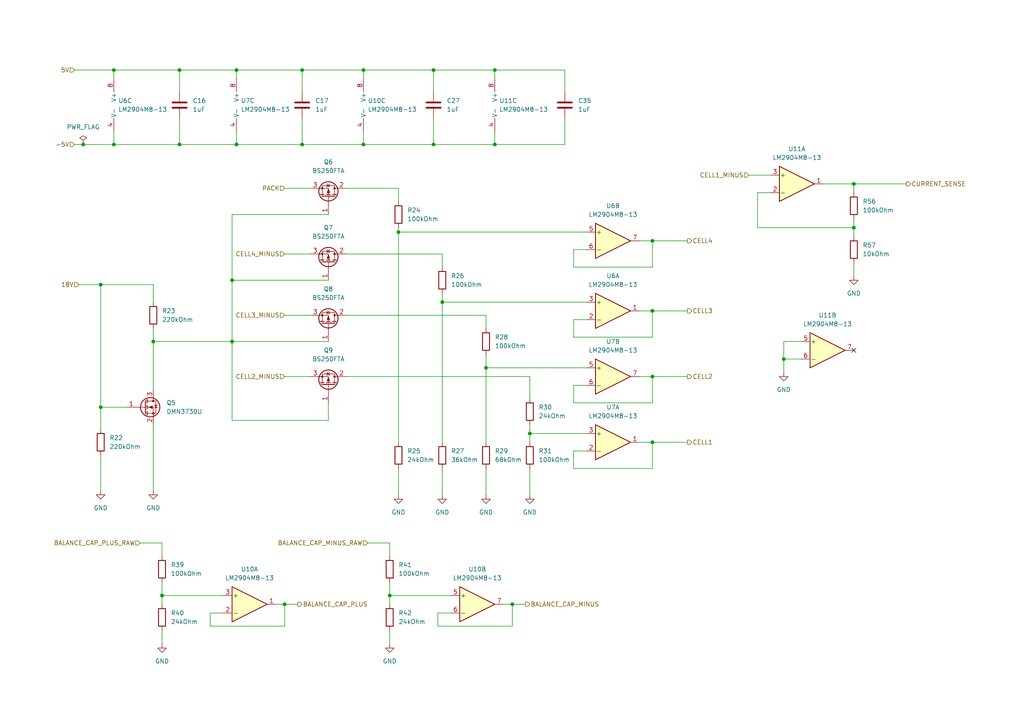
<source format=kicad_sch>
(kicad_sch (version 20230121) (generator eeschema)
  (paper "A4")
  (lib_symbols
    (symbol "benediktibk:BS250FTA" (pin_names (offset 0) hide)
      (property "Reference" "Q" (at 5.08 1.27 0))
      (property "Value" "BS250FTA" (at 5.08 -1.27 0))
      (symbol "BS250FTA_0_1"
        (polyline (pts (xy 0.254 0) (xy -2.54 0)))
        (polyline (pts (xy 0.254 1.905) (xy 0.254 -1.905)) (stroke (width 0.254)))
        (polyline (pts (xy 0.762 -1.27) (xy 0.762 -2.286)) (stroke (width 0.254)))
        (polyline (pts (xy 0.762 0.508) (xy 0.762 -0.508)) (stroke (width 0.254)))
        (polyline (pts (xy 0.762 2.286) (xy 0.762 1.27)) (stroke (width 0.254)))
        (polyline (pts (xy 2.54 2.54) (xy 2.54 1.778)))
        (polyline (pts (xy 2.54 -2.54) (xy 2.54 0) (xy 0.762 0)))
        (polyline (pts (xy 0.762 1.778) (xy 3.302 1.778) (xy 3.302 -1.778) (xy 0.762 -1.778)))
        (polyline (pts (xy 2.286 0) (xy 1.27 0.381) (xy 1.27 -0.381) (xy 2.286 0)) (fill (type outline)))
        (polyline (pts (xy 2.794 -0.508) (xy 2.921 -0.381) (xy 3.683 -0.381) (xy 3.81 -0.254)))
        (polyline (pts (xy 3.302 -0.381) (xy 2.921 0.254) (xy 3.683 0.254) (xy 3.302 -0.381)))
        (circle (center 1.651 0) (radius 2.794) (stroke (width 0.254)))
        (circle (center 2.54 -1.778) (radius 0.254) (fill (type outline)))
        (circle (center 2.54 1.778) (radius 0.254) (fill (type outline)))
      )
      (symbol "BS250FTA_1_1"
        (pin input line (at -5.08 0 0) (length 2.54) (name "G") (number "1"))
        (pin passive line (at 2.54 5.08 270) (length 2.54) (name "D") (number "2"))
        (pin passive line (at 2.54 -5.08 90) (length 2.54) (name "S") (number "3"))
      )
    )
    (symbol "benediktibk:C_1uF_SMD_0603_50V_10%" (pin_numbers hide) (pin_names (offset 0.254))
      (property "Reference" "C" (at 0.635 2.54 0))
      (property "Value" "C_1uF_SMD_0603_50V_10%" (at 0.635 -2.54 0))
      (symbol "C_1uF_SMD_0603_50V_10%_0_1"
        (polyline (pts (xy -2.032 -0.762) (xy 2.032 -0.762)) (stroke (width 0.508)))
        (polyline (pts (xy -2.032 0.762) (xy 2.032 0.762)) (stroke (width 0.508)))
      )
      (symbol "C_1uF_SMD_0603_50V_10%_1_1"
        (pin passive line (at 0 3.81 270) (length 2.794) (name "~") (number "1"))
        (pin passive line (at 0 -3.81 90) (length 2.794) (name "~") (number "2"))
      )
    )
    (symbol "benediktibk:DMN3730U" (pin_names (offset 0) hide)
      (property "Reference" "Q" (at 5.08 1.27 0))
      (property "Value" "DMN3730U" (at 5.08 -1.27 0))
      (symbol "DMN3730U_0_1"
        (polyline (pts (xy 0.254 0) (xy -2.54 0)))
        (polyline (pts (xy 0.254 1.905) (xy 0.254 -1.905)) (stroke (width 0.254)))
        (polyline (pts (xy 0.762 -1.27) (xy 0.762 -2.286)) (stroke (width 0.254)))
        (polyline (pts (xy 0.762 0.508) (xy 0.762 -0.508)) (stroke (width 0.254)))
        (polyline (pts (xy 0.762 2.286) (xy 0.762 1.27)) (stroke (width 0.254)))
        (polyline (pts (xy 2.54 2.54) (xy 2.54 1.778)))
        (polyline (pts (xy 2.54 -2.54) (xy 2.54 0) (xy 0.762 0)))
        (polyline (pts (xy 0.762 1.778) (xy 3.302 1.778) (xy 3.302 -1.778) (xy 0.762 -1.778)))
        (polyline (pts (xy 1.27 0) (xy 2.286 0.381) (xy 2.286 -0.381) (xy 1.27 0)) (fill (type outline)))
        (polyline (pts (xy 2.794 0.508) (xy 2.921 0.635) (xy 3.683 0.635) (xy 3.81 0.762)))
        (polyline (pts (xy 3.302 0.508) (xy 2.921 -0.127) (xy 3.683 -0.127) (xy 3.302 0.508)))
        (circle (center 1.651 0) (radius 2.794) (stroke (width 0.254)))
        (circle (center 2.54 -1.778) (radius 0.254) (fill (type outline)))
        (circle (center 2.54 1.778) (radius 0.254) (fill (type outline)))
      )
      (symbol "DMN3730U_1_1"
        (pin input line (at -5.08 0 0) (length 2.54) (name "G") (number "1"))
        (pin passive line (at 2.54 -5.08 90) (length 2.54) (name "S") (number "2"))
        (pin passive line (at 2.54 5.08 270) (length 2.54) (name "D") (number "3"))
      )
    )
    (symbol "benediktibk:LM2904M8-13" (pin_names (offset 0.127))
      (property "Reference" "U" (at 0 5.08 0))
      (property "Value" "LM2904M8-13" (at 0 -5.08 0))
      (symbol "LM2904M8-13_1_1"
        (polyline (pts (xy -5.08 5.08) (xy 5.08 0) (xy -5.08 -5.08) (xy -5.08 5.08)) (stroke (width 0.254)) (fill (type background)))
        (pin output line (at 7.62 0 180) (length 2.54) (name "~") (number "1"))
        (pin input line (at -7.62 -2.54 0) (length 2.54) (name "-") (number "2"))
        (pin input line (at -7.62 2.54 0) (length 2.54) (name "+") (number "3"))
      )
      (symbol "LM2904M8-13_2_1"
        (polyline (pts (xy -5.08 5.08) (xy 5.08 0) (xy -5.08 -5.08) (xy -5.08 5.08)) (stroke (width 0.254)) (fill (type background)))
        (pin input line (at -7.62 2.54 0) (length 2.54) (name "+") (number "5"))
        (pin input line (at -7.62 -2.54 0) (length 2.54) (name "-") (number "6"))
        (pin output line (at 7.62 0 180) (length 2.54) (name "~") (number "7"))
      )
      (symbol "LM2904M8-13_3_1"
        (pin power_in line (at -2.54 -7.62 90) (length 3.81) (name "V-") (number "4"))
        (pin power_in line (at -2.54 7.62 270) (length 3.81) (name "V+") (number "8"))
      )
    )
    (symbol "benediktibk:R_100kOhm_SMD_0603_100mW_1%" (pin_numbers hide) (pin_names (offset 0))
      (property "Reference" "R" (at 2.032 0 90))
      (property "Value" "R_100kOhm_SMD_0603_100mW_1%" (at -5.588 -1.016 90))
      (symbol "R_100kOhm_SMD_0603_100mW_1%_0_1"
        (rectangle (start -1.016 -2.54) (end 1.016 2.54) (stroke (width 0.254)))
      )
      (symbol "R_100kOhm_SMD_0603_100mW_1%_1_1"
        (pin passive line (at 0 3.81 270) (length 1.27) (name "~") (number "1"))
        (pin passive line (at 0 -3.81 90) (length 1.27) (name "~") (number "2"))
      )
    )
    (symbol "benediktibk:R_10kOhm_SMD_0603_100mW_1%" (pin_numbers hide) (pin_names (offset 0))
      (property "Reference" "R" (at 2.032 0 90))
      (property "Value" "R_10kOhm_SMD_0603_100mW_1%" (at -5.588 -1.016 90))
      (symbol "R_10kOhm_SMD_0603_100mW_1%_0_1"
        (rectangle (start -1.016 -2.54) (end 1.016 2.54) (stroke (width 0.254)))
      )
      (symbol "R_10kOhm_SMD_0603_100mW_1%_1_1"
        (pin passive line (at 0 3.81 270) (length 1.27) (name "~") (number "1"))
        (pin passive line (at 0 -3.81 90) (length 1.27) (name "~") (number "2"))
      )
    )
    (symbol "benediktibk:R_220kOhm_SMD_0603_100mW_1%" (pin_numbers hide) (pin_names (offset 0))
      (property "Reference" "R" (at 2.032 0 90))
      (property "Value" "R_220kOhm_SMD_0603_100mW_1%" (at -5.588 -1.016 90))
      (symbol "R_220kOhm_SMD_0603_100mW_1%_0_1"
        (rectangle (start -1.016 -2.54) (end 1.016 2.54) (stroke (width 0.254)))
      )
      (symbol "R_220kOhm_SMD_0603_100mW_1%_1_1"
        (pin passive line (at 0 3.81 270) (length 1.27) (name "~") (number "1"))
        (pin passive line (at 0 -3.81 90) (length 1.27) (name "~") (number "2"))
      )
    )
    (symbol "benediktibk:R_24kOhm_SMD_0603_100mW_1%" (pin_numbers hide) (pin_names (offset 0))
      (property "Reference" "R" (at 2.032 0 90))
      (property "Value" "R_24kOhm_SMD_0603_100mW_1%" (at -5.588 -1.016 90))
      (symbol "R_24kOhm_SMD_0603_100mW_1%_0_1"
        (rectangle (start -1.016 -2.54) (end 1.016 2.54) (stroke (width 0.254)))
      )
      (symbol "R_24kOhm_SMD_0603_100mW_1%_1_1"
        (pin passive line (at 0 3.81 270) (length 1.27) (name "~") (number "1"))
        (pin passive line (at 0 -3.81 90) (length 1.27) (name "~") (number "2"))
      )
    )
    (symbol "benediktibk:R_36kOhm_SMD_0603_100mW_1%" (pin_numbers hide) (pin_names (offset 0))
      (property "Reference" "R" (at 2.032 0 90))
      (property "Value" "R_36kOhm_SMD_0603_100mW_1%" (at -5.588 -1.016 90))
      (symbol "R_36kOhm_SMD_0603_100mW_1%_0_1"
        (rectangle (start -1.016 -2.54) (end 1.016 2.54) (stroke (width 0.254)))
      )
      (symbol "R_36kOhm_SMD_0603_100mW_1%_1_1"
        (pin passive line (at 0 3.81 270) (length 1.27) (name "~") (number "1"))
        (pin passive line (at 0 -3.81 90) (length 1.27) (name "~") (number "2"))
      )
    )
    (symbol "benediktibk:R_68kOhm_SMD_0603_100mW_1%" (pin_numbers hide) (pin_names (offset 0))
      (property "Reference" "R" (at 2.032 0 90))
      (property "Value" "R_68kOhm_SMD_0603_100mW_1%" (at -5.588 -1.016 90))
      (symbol "R_68kOhm_SMD_0603_100mW_1%_0_1"
        (rectangle (start -1.016 -2.54) (end 1.016 2.54) (stroke (width 0.254)))
      )
      (symbol "R_68kOhm_SMD_0603_100mW_1%_1_1"
        (pin passive line (at 0 3.81 270) (length 1.27) (name "~") (number "1"))
        (pin passive line (at 0 -3.81 90) (length 1.27) (name "~") (number "2"))
      )
    )
    (symbol "power:GND" (power) (pin_names (offset 0))
      (property "Value" "GND" (at 0 -3.81 0))
      (symbol "GND_0_1"
        (polyline (pts (xy 0 0) (xy 0 -1.27) (xy 1.27 -1.27) (xy 0 -2.54) (xy -1.27 -1.27) (xy 0 -1.27)))
      )
      (symbol "GND_1_1"
        (pin power_in line (at 0 0 270) (length 0) hide (name "GND") (number "1"))
      )
    )
    (symbol "power:PWR_FLAG" (power) (pin_numbers hide) (pin_names (offset 0) hide)
      (property "Value" "PWR_FLAG" (at 0 3.81 0))
      (symbol "PWR_FLAG_0_0"
        (pin power_out line (at 0 0 90) (length 0) (name "pwr") (number "1"))
      )
      (symbol "PWR_FLAG_0_1"
        (polyline (pts (xy 0 0) (xy 0 1.27) (xy -1.016 1.905) (xy 0 2.54) (xy 1.016 1.905) (xy 0 1.27)))
      )
    )
  )
  (junction (at 153.67 125.73))
  (junction (at 125.73 41.91))
  (junction (at 105.41 41.91))
  (junction (at 140.97 106.68))
  (junction (at 189.23 109.22))
  (junction (at 115.57 67.31))
  (junction (at 67.31 81.28))
  (junction (at 68.58 41.91))
  (junction (at 82.55 175.26))
  (junction (at 29.21 118.11))
  (junction (at 227.33 104.14))
  (junction (at 52.07 20.32))
  (junction (at 143.51 20.32))
  (junction (at 67.31 99.06))
  (junction (at 189.23 69.85))
  (junction (at 24.13 41.91))
  (junction (at 87.63 20.32))
  (junction (at 105.41 20.32))
  (junction (at 46.99 172.72))
  (junction (at 52.07 41.91))
  (junction (at 143.51 41.91))
  (junction (at 189.23 128.27))
  (junction (at 148.59 175.26))
  (junction (at 247.65 53.34))
  (junction (at 33.02 20.32))
  (junction (at 125.73 20.32))
  (junction (at 44.45 99.06))
  (junction (at 87.63 41.91))
  (junction (at 33.02 41.91))
  (junction (at 68.58 20.32))
  (junction (at 29.21 82.55))
  (junction (at 247.65 66.04))
  (junction (at 128.27 87.63))
  (junction (at 113.03 172.72))
  (junction (at 189.23 90.17))
  (no_connect (at 247.65 101.6))
  (wire (pts (xy 44.45 95.25) (xy 44.45 99.06)))
  (wire (pts (xy 166.37 130.81) (xy 166.37 135.89)))
  (wire (pts (xy 52.07 20.32) (xy 52.07 26.67)))
  (wire (pts (xy 189.23 128.27) (xy 199.39 128.27)))
  (wire (pts (xy 52.07 34.29) (xy 52.07 41.91)))
  (wire (pts (xy 46.99 157.48) (xy 46.99 161.29)))
  (wire (pts (xy 219.71 66.04) (xy 219.71 55.88)))
  (wire (pts (xy 22.86 82.55) (xy 29.21 82.55)))
  (wire (pts (xy 33.02 41.91) (xy 52.07 41.91)))
  (wire (pts (xy 143.51 38.1) (xy 143.51 41.91)))
  (wire (pts (xy 148.59 181.61) (xy 148.59 175.26)))
  (wire (pts (xy 153.67 135.89) (xy 153.67 143.51)))
  (wire (pts (xy 67.31 99.06) (xy 67.31 121.92)))
  (wire (pts (xy 170.18 111.76) (xy 166.37 111.76)))
  (wire (pts (xy 143.51 20.32) (xy 163.83 20.32)))
  (wire (pts (xy 115.57 67.31) (xy 115.57 128.27)))
  (wire (pts (xy 46.99 172.72) (xy 46.99 175.26)))
  (wire (pts (xy 21.59 20.32) (xy 33.02 20.32)))
  (wire (pts (xy 166.37 116.84) (xy 189.23 116.84)))
  (wire (pts (xy 247.65 76.2) (xy 247.65 80.01)))
  (wire (pts (xy 128.27 73.66) (xy 128.27 77.47)))
  (wire (pts (xy 29.21 118.11) (xy 36.83 118.11)))
  (wire (pts (xy 44.45 99.06) (xy 44.45 113.03)))
  (wire (pts (xy 128.27 87.63) (xy 128.27 128.27)))
  (wire (pts (xy 100.33 54.61) (xy 115.57 54.61)))
  (wire (pts (xy 189.23 69.85) (xy 199.39 69.85)))
  (wire (pts (xy 185.42 128.27) (xy 189.23 128.27)))
  (wire (pts (xy 163.83 34.29) (xy 163.83 41.91)))
  (wire (pts (xy 68.58 38.1) (xy 68.58 41.91)))
  (wire (pts (xy 44.45 123.19) (xy 44.45 142.24)))
  (wire (pts (xy 82.55 181.61) (xy 82.55 175.26)))
  (wire (pts (xy 227.33 99.06) (xy 227.33 104.14)))
  (wire (pts (xy 46.99 182.88) (xy 46.99 186.69)))
  (wire (pts (xy 128.27 135.89) (xy 128.27 143.51)))
  (wire (pts (xy 170.18 130.81) (xy 166.37 130.81)))
  (wire (pts (xy 247.65 66.04) (xy 247.65 68.58)))
  (wire (pts (xy 105.41 20.32) (xy 105.41 22.86)))
  (wire (pts (xy 87.63 26.67) (xy 87.63 20.32)))
  (wire (pts (xy 68.58 20.32) (xy 68.58 22.86)))
  (wire (pts (xy 105.41 41.91) (xy 125.73 41.91)))
  (wire (pts (xy 33.02 20.32) (xy 33.02 22.86)))
  (wire (pts (xy 128.27 87.63) (xy 170.18 87.63)))
  (wire (pts (xy 163.83 20.32) (xy 163.83 26.67)))
  (wire (pts (xy 127 177.8) (xy 127 181.61)))
  (wire (pts (xy 29.21 132.08) (xy 29.21 142.24)))
  (wire (pts (xy 95.25 81.28) (xy 67.31 81.28)))
  (wire (pts (xy 105.41 38.1) (xy 105.41 41.91)))
  (wire (pts (xy 100.33 73.66) (xy 128.27 73.66)))
  (wire (pts (xy 82.55 175.26) (xy 86.36 175.26)))
  (wire (pts (xy 87.63 34.29) (xy 87.63 41.91)))
  (wire (pts (xy 82.55 109.22) (xy 90.17 109.22)))
  (wire (pts (xy 153.67 125.73) (xy 153.67 128.27)))
  (wire (pts (xy 24.13 41.91) (xy 33.02 41.91)))
  (wire (pts (xy 189.23 109.22) (xy 185.42 109.22)))
  (wire (pts (xy 143.51 41.91) (xy 163.83 41.91)))
  (wire (pts (xy 189.23 116.84) (xy 189.23 109.22)))
  (wire (pts (xy 115.57 67.31) (xy 170.18 67.31)))
  (wire (pts (xy 100.33 109.22) (xy 153.67 109.22)))
  (wire (pts (xy 130.81 177.8) (xy 127 177.8)))
  (wire (pts (xy 238.76 53.34) (xy 247.65 53.34)))
  (wire (pts (xy 217.17 50.8) (xy 223.52 50.8)))
  (wire (pts (xy 140.97 91.44) (xy 140.97 95.25)))
  (wire (pts (xy 67.31 62.23) (xy 67.31 81.28)))
  (wire (pts (xy 140.97 106.68) (xy 140.97 128.27)))
  (wire (pts (xy 170.18 72.39) (xy 166.37 72.39)))
  (wire (pts (xy 82.55 91.44) (xy 90.17 91.44)))
  (wire (pts (xy 113.03 168.91) (xy 113.03 172.72)))
  (wire (pts (xy 153.67 109.22) (xy 153.67 115.57)))
  (wire (pts (xy 166.37 92.71) (xy 166.37 97.79)))
  (wire (pts (xy 166.37 97.79) (xy 189.23 97.79)))
  (wire (pts (xy 153.67 123.19) (xy 153.67 125.73)))
  (wire (pts (xy 115.57 66.04) (xy 115.57 67.31)))
  (wire (pts (xy 189.23 77.47) (xy 189.23 69.85)))
  (wire (pts (xy 82.55 54.61) (xy 90.17 54.61)))
  (wire (pts (xy 113.03 182.88) (xy 113.03 186.69)))
  (wire (pts (xy 68.58 41.91) (xy 87.63 41.91)))
  (wire (pts (xy 189.23 109.22) (xy 199.39 109.22)))
  (wire (pts (xy 140.97 102.87) (xy 140.97 106.68)))
  (wire (pts (xy 67.31 121.92) (xy 95.25 121.92)))
  (wire (pts (xy 247.65 53.34) (xy 247.65 55.88)))
  (wire (pts (xy 148.59 175.26) (xy 152.4 175.26)))
  (wire (pts (xy 185.42 69.85) (xy 189.23 69.85)))
  (wire (pts (xy 113.03 172.72) (xy 130.81 172.72)))
  (wire (pts (xy 166.37 135.89) (xy 189.23 135.89)))
  (wire (pts (xy 153.67 125.73) (xy 170.18 125.73)))
  (wire (pts (xy 21.59 41.91) (xy 24.13 41.91)))
  (wire (pts (xy 113.03 172.72) (xy 113.03 175.26)))
  (wire (pts (xy 67.31 99.06) (xy 95.25 99.06)))
  (wire (pts (xy 60.96 177.8) (xy 60.96 181.61)))
  (wire (pts (xy 247.65 53.34) (xy 262.89 53.34)))
  (wire (pts (xy 219.71 55.88) (xy 223.52 55.88)))
  (wire (pts (xy 247.65 63.5) (xy 247.65 66.04)))
  (wire (pts (xy 87.63 41.91) (xy 105.41 41.91)))
  (wire (pts (xy 29.21 124.46) (xy 29.21 118.11)))
  (wire (pts (xy 127 181.61) (xy 148.59 181.61)))
  (wire (pts (xy 44.45 87.63) (xy 44.45 82.55)))
  (wire (pts (xy 247.65 66.04) (xy 219.71 66.04)))
  (wire (pts (xy 33.02 20.32) (xy 52.07 20.32)))
  (wire (pts (xy 105.41 20.32) (xy 125.73 20.32)))
  (wire (pts (xy 170.18 92.71) (xy 166.37 92.71)))
  (wire (pts (xy 115.57 135.89) (xy 115.57 143.51)))
  (wire (pts (xy 189.23 97.79) (xy 189.23 90.17)))
  (wire (pts (xy 44.45 99.06) (xy 67.31 99.06)))
  (wire (pts (xy 140.97 135.89) (xy 140.97 143.51)))
  (wire (pts (xy 189.23 90.17) (xy 199.39 90.17)))
  (wire (pts (xy 82.55 175.26) (xy 80.01 175.26)))
  (wire (pts (xy 148.59 175.26) (xy 146.05 175.26)))
  (wire (pts (xy 115.57 54.61) (xy 115.57 58.42)))
  (wire (pts (xy 166.37 77.47) (xy 189.23 77.47)))
  (wire (pts (xy 166.37 111.76) (xy 166.37 116.84)))
  (wire (pts (xy 106.68 157.48) (xy 113.03 157.48)))
  (wire (pts (xy 143.51 20.32) (xy 143.51 22.86)))
  (wire (pts (xy 82.55 73.66) (xy 90.17 73.66)))
  (wire (pts (xy 189.23 135.89) (xy 189.23 128.27)))
  (wire (pts (xy 29.21 82.55) (xy 29.21 118.11)))
  (wire (pts (xy 227.33 107.95) (xy 227.33 104.14)))
  (wire (pts (xy 100.33 91.44) (xy 140.97 91.44)))
  (wire (pts (xy 166.37 72.39) (xy 166.37 77.47)))
  (wire (pts (xy 125.73 34.29) (xy 125.73 41.91)))
  (wire (pts (xy 227.33 104.14) (xy 232.41 104.14)))
  (wire (pts (xy 128.27 85.09) (xy 128.27 87.63)))
  (wire (pts (xy 185.42 90.17) (xy 189.23 90.17)))
  (wire (pts (xy 125.73 20.32) (xy 125.73 26.67)))
  (wire (pts (xy 52.07 20.32) (xy 68.58 20.32)))
  (wire (pts (xy 46.99 168.91) (xy 46.99 172.72)))
  (wire (pts (xy 125.73 41.91) (xy 143.51 41.91)))
  (wire (pts (xy 52.07 41.91) (xy 68.58 41.91)))
  (wire (pts (xy 60.96 181.61) (xy 82.55 181.61)))
  (wire (pts (xy 95.25 121.92) (xy 95.25 116.84)))
  (wire (pts (xy 125.73 20.32) (xy 143.51 20.32)))
  (wire (pts (xy 46.99 172.72) (xy 64.77 172.72)))
  (wire (pts (xy 64.77 177.8) (xy 60.96 177.8)))
  (wire (pts (xy 140.97 106.68) (xy 170.18 106.68)))
  (wire (pts (xy 113.03 157.48) (xy 113.03 161.29)))
  (wire (pts (xy 87.63 20.32) (xy 105.41 20.32)))
  (wire (pts (xy 29.21 82.55) (xy 44.45 82.55)))
  (wire (pts (xy 67.31 81.28) (xy 67.31 99.06)))
  (wire (pts (xy 68.58 20.32) (xy 87.63 20.32)))
  (wire (pts (xy 232.41 99.06) (xy 227.33 99.06)))
  (wire (pts (xy 95.25 62.23) (xy 67.31 62.23)))
  (wire (pts (xy 40.64 157.48) (xy 46.99 157.48)))
  (wire (pts (xy 33.02 38.1) (xy 33.02 41.91)))
  (hierarchical_label "BALANCE_CAP_PLUS_RAW" (shape input) (at 40.64 157.48 180))
  (hierarchical_label "CELL2_MINUS" (shape input) (at 82.55 109.22 180))
  (hierarchical_label "CELL4" (shape output) (at 199.39 69.85 0))
  (hierarchical_label "BALANCE_CAP_MINUS" (shape output) (at 152.4 175.26 0))
  (hierarchical_label "CELL2" (shape output) (at 199.39 109.22 0))
  (hierarchical_label "CELL3" (shape output) (at 199.39 90.17 0))
  (hierarchical_label "CELL1_MINUS" (shape input) (at 217.17 50.8 180))
  (hierarchical_label "BALANCE_CAP_PLUS" (shape output) (at 86.36 175.26 0))
  (hierarchical_label "BALANCE_CAP_MINUS_RAW" (shape input) (at 106.68 157.48 180))
  (hierarchical_label "5V" (shape input) (at 21.59 20.32 180))
  (hierarchical_label "PACK" (shape input) (at 82.55 54.61 180))
  (hierarchical_label "CURRENT_SENSE" (shape output) (at 262.89 53.34 0))
  (hierarchical_label "18V" (shape input) (at 22.86 82.55 180))
  (hierarchical_label "CELL4_MINUS" (shape input) (at 82.55 73.66 180))
  (hierarchical_label "CELL3_MINUS" (shape input) (at 82.55 91.44 180))
  (hierarchical_label "CELL1" (shape output) (at 199.39 128.27 0))
  (hierarchical_label "-5V" (shape input) (at 21.59 41.91 180))
  (symbol (lib_id "benediktibk:BS250FTA") (at 95.25 111.76 270) (mirror x) (unit 1)
    (property "Reference" "Q9" (at 95.25 101.6 90))
    (property "Value" "BS250FTA" (at 95.25 104.14 90))
    (property "Footprint" "benediktibk:SOT-23" (effects hide))
    (property "RS order number" "215-6593" (effects hide))
  )
  (symbol (lib_id "benediktibk:R_10kOhm_SMD_0603_100mW_1%") (at 247.65 72.39 0) (unit 1)
    (property "Reference" "R57" (at 250.19 71.12 0) (effects (justify left)))
    (property "Value" "10kOhm" (at 250.19 73.66 0) (effects (justify left)))
    (property "Footprint" "benediktibk:R_0603_1608Metric_Pad0.98x0.95mm_HandSolder" (effects hide))
    (property "RS order number" "125-1173" (effects hide))
  )
  (symbol (lib_id "benediktibk:R_24kOhm_SMD_0603_100mW_1%") (at 115.57 132.08 0) (unit 1)
    (property "Reference" "R25" (at 118.11 130.8099 0) (effects (justify left)))
    (property "Value" "24kOhm" (at 118.11 133.3499 0) (effects (justify left)))
    (property "Footprint" "benediktibk:R_0603_1608Metric_Pad0.98x0.95mm_HandSolder" (effects hide))
    (property "RS order number" "199-5507" (effects hide))
  )
  (symbol (lib_id "benediktibk:LM2904M8-13") (at 107.95 30.48 0) (unit 3)
    (property "Reference" "U10" (at 106.68 29.21 0) (effects (justify left)))
    (property "Value" "LM2904M8-13" (at 106.68 31.75 0) (effects (justify left)))
    (property "Footprint" "benediktibk:MSOP-8_3x3mm_P0.65mm" (effects hide))
    (property "RS order number" "133-3375" (effects hide))
  )
  (symbol (lib_id "benediktibk:R_100kOhm_SMD_0603_100mW_1%") (at 46.99 165.1 0) (unit 1)
    (property "Reference" "R39" (at 49.53 163.8299 0) (effects (justify left)))
    (property "Value" "100kOhm" (at 49.53 166.3699 0) (effects (justify left)))
    (property "Footprint" "benediktibk:R_0603_1608Metric_Pad0.98x0.95mm_HandSolder" (effects hide))
    (property "RS order number" "213-2531" (effects hide))
  )
  (symbol (lib_id "benediktibk:R_24kOhm_SMD_0603_100mW_1%") (at 153.67 119.38 0) (unit 1)
    (property "Reference" "R30" (at 156.21 118.1099 0) (effects (justify left)))
    (property "Value" "24kOhm" (at 156.21 120.6499 0) (effects (justify left)))
    (property "Footprint" "benediktibk:R_0603_1608Metric_Pad0.98x0.95mm_HandSolder" (effects hide))
    (property "RS order number" "199-5507" (effects hide))
  )
  (symbol (lib_id "benediktibk:R_100kOhm_SMD_0603_100mW_1%") (at 128.27 81.28 0) (unit 1)
    (property "Reference" "R26" (at 130.81 80.0099 0) (effects (justify left)))
    (property "Value" "100kOhm" (at 130.81 82.5499 0) (effects (justify left)))
    (property "Footprint" "benediktibk:R_0603_1608Metric_Pad0.98x0.95mm_HandSolder" (effects hide))
    (property "RS order number" "213-2531" (effects hide))
  )
  (symbol (lib_id "power:GND") (at 115.57 143.51 0) (unit 1)
    (property "Reference" "#PWR0130" (effects hide))
    (property "Value" "GND" (at 115.57 148.59 0))
  )
  (symbol (lib_id "benediktibk:R_100kOhm_SMD_0603_100mW_1%") (at 115.57 62.23 0) (unit 1)
    (property "Reference" "R24" (at 118.11 60.9599 0) (effects (justify left)))
    (property "Value" "100kOhm" (at 118.11 63.4999 0) (effects (justify left)))
    (property "Footprint" "benediktibk:R_0603_1608Metric_Pad0.98x0.95mm_HandSolder" (effects hide))
    (property "RS order number" "213-2531" (effects hide))
  )
  (symbol (lib_id "benediktibk:C_1uF_SMD_0603_50V_10%") (at 87.63 30.48 0) (unit 1)
    (property "Reference" "C17" (at 91.44 29.2099 0) (effects (justify left)))
    (property "Value" "1uF" (at 91.44 31.7499 0) (effects (justify left)))
    (property "Footprint" "benediktibk:C_0603_1608Metric_Pad1.08x0.95mm_HandSolder" (effects hide))
    (property "RS order number" "103-4112" (effects hide))
  )
  (symbol (lib_id "power:GND") (at 140.97 143.51 0) (unit 1)
    (property "Reference" "#PWR0132" (effects hide))
    (property "Value" "GND" (at 140.97 148.59 0))
  )
  (symbol (lib_id "benediktibk:C_1uF_SMD_0603_50V_10%") (at 163.83 30.48 0) (unit 1)
    (property "Reference" "C35" (at 167.64 29.2099 0) (effects (justify left)))
    (property "Value" "1uF" (at 167.64 31.7499 0) (effects (justify left)))
    (property "Footprint" "benediktibk:C_0603_1608Metric_Pad1.08x0.95mm_HandSolder" (effects hide))
    (property "RS order number" "103-4112" (effects hide))
  )
  (symbol (lib_id "benediktibk:LM2904M8-13") (at 35.56 30.48 0) (unit 3)
    (property "Reference" "U6" (at 34.29 29.2099 0) (effects (justify left)))
    (property "Value" "LM2904M8-13" (at 34.29 31.7499 0) (effects (justify left)))
    (property "Footprint" "benediktibk:MSOP-8_3x3mm_P0.65mm" (effects hide))
    (property "RS order number" "133-3375" (effects hide))
  )
  (symbol (lib_id "power:GND") (at 113.03 186.69 0) (unit 1)
    (property "Reference" "#PWR08" (effects hide))
    (property "Value" "GND" (at 113.03 191.77 0))
  )
  (symbol (lib_id "benediktibk:LM2904M8-13") (at 177.8 90.17 0) (unit 1)
    (property "Reference" "U6" (at 177.8 80.01 0))
    (property "Value" "LM2904M8-13" (at 177.8 82.55 0))
    (property "Footprint" "benediktibk:MSOP-8_3x3mm_P0.65mm" (effects hide))
    (property "RS order number" "133-3375" (effects hide))
  )
  (symbol (lib_id "benediktibk:BS250FTA") (at 95.25 57.15 270) (mirror x) (unit 1)
    (property "Reference" "Q6" (at 95.25 46.99 90))
    (property "Value" "BS250FTA" (at 95.25 49.53 90))
    (property "Footprint" "benediktibk:SOT-23" (effects hide))
    (property "RS order number" "215-6593" (effects hide))
  )
  (symbol (lib_id "benediktibk:BS250FTA") (at 95.25 76.2 270) (mirror x) (unit 1)
    (property "Reference" "Q7" (at 95.25 66.04 90))
    (property "Value" "BS250FTA" (at 95.25 68.58 90))
    (property "Footprint" "benediktibk:SOT-23" (effects hide))
    (property "RS order number" "215-6593" (effects hide))
  )
  (symbol (lib_id "benediktibk:LM2904M8-13") (at 71.12 30.48 0) (unit 3)
    (property "Reference" "U7" (at 69.85 29.2099 0) (effects (justify left)))
    (property "Value" "LM2904M8-13" (at 69.85 31.7499 0) (effects (justify left)))
    (property "Footprint" "benediktibk:MSOP-8_3x3mm_P0.65mm" (effects hide))
    (property "RS order number" "133-3375" (effects hide))
  )
  (symbol (lib_id "power:GND") (at 128.27 143.51 0) (unit 1)
    (property "Reference" "#PWR0131" (effects hide))
    (property "Value" "GND" (at 128.27 148.59 0))
  )
  (symbol (lib_id "benediktibk:C_1uF_SMD_0603_50V_10%") (at 52.07 30.48 0) (unit 1)
    (property "Reference" "C16" (at 55.88 29.2099 0) (effects (justify left)))
    (property "Value" "1uF" (at 55.88 31.7499 0) (effects (justify left)))
    (property "Footprint" "benediktibk:C_0603_1608Metric_Pad1.08x0.95mm_HandSolder" (effects hide))
    (property "RS order number" "103-4112" (effects hide))
  )
  (symbol (lib_id "power:GND") (at 44.45 142.24 0) (unit 1)
    (property "Reference" "#PWR0129" (effects hide))
    (property "Value" "GND" (at 44.45 147.32 0))
  )
  (symbol (lib_id "benediktibk:LM2904M8-13") (at 146.05 30.48 0) (unit 3)
    (property "Reference" "U11" (at 144.78 29.21 0) (effects (justify left)))
    (property "Value" "LM2904M8-13" (at 144.78 31.75 0) (effects (justify left)))
    (property "Footprint" "benediktibk:MSOP-8_3x3mm_P0.65mm" (effects hide))
    (property "RS order number" "133-3375" (effects hide))
  )
  (symbol (lib_id "benediktibk:R_220kOhm_SMD_0603_100mW_1%") (at 29.21 128.27 0) (unit 1)
    (property "Reference" "R22" (at 31.75 126.9999 0) (effects (justify left)))
    (property "Value" "220kOhm" (at 31.75 129.5399 0) (effects (justify left)))
    (property "Footprint" "benediktibk:R_0603_1608Metric_Pad0.98x0.95mm_HandSolder" (effects hide))
    (property "RS order number" "678-9986" (effects hide))
  )
  (symbol (lib_id "power:GND") (at 46.99 186.69 0) (unit 1)
    (property "Reference" "#PWR05" (effects hide))
    (property "Value" "GND" (at 46.99 191.77 0))
  )
  (symbol (lib_id "benediktibk:LM2904M8-13") (at 138.43 175.26 0) (unit 2)
    (property "Reference" "U10" (at 138.43 165.1 0))
    (property "Value" "LM2904M8-13" (at 138.43 167.64 0))
    (property "Footprint" "benediktibk:MSOP-8_3x3mm_P0.65mm" (effects hide))
    (property "RS order number" "133-3375" (effects hide))
  )
  (symbol (lib_id "benediktibk:LM2904M8-13") (at 177.8 109.22 0) (unit 2)
    (property "Reference" "U7" (at 177.8 99.06 0))
    (property "Value" "LM2904M8-13" (at 177.8 101.6 0))
    (property "Footprint" "benediktibk:MSOP-8_3x3mm_P0.65mm" (effects hide))
    (property "RS order number" "133-3375" (effects hide))
  )
  (symbol (lib_id "benediktibk:R_100kOhm_SMD_0603_100mW_1%") (at 247.65 59.69 0) (unit 1)
    (property "Reference" "R56" (at 250.19 58.42 0) (effects (justify left)))
    (property "Value" "100kOhm" (at 250.19 60.96 0) (effects (justify left)))
    (property "Footprint" "benediktibk:R_0603_1608Metric_Pad0.98x0.95mm_HandSolder" (effects hide))
    (property "RS order number" "213-2531" (effects hide))
  )
  (symbol (lib_id "benediktibk:R_100kOhm_SMD_0603_100mW_1%") (at 140.97 99.06 0) (unit 1)
    (property "Reference" "R28" (at 143.51 97.7899 0) (effects (justify left)))
    (property "Value" "100kOhm" (at 143.51 100.3299 0) (effects (justify left)))
    (property "Footprint" "benediktibk:R_0603_1608Metric_Pad0.98x0.95mm_HandSolder" (effects hide))
    (property "RS order number" "213-2531" (effects hide))
  )
  (symbol (lib_id "benediktibk:LM2904M8-13") (at 177.8 128.27 0) (unit 1)
    (property "Reference" "U7" (at 177.8 118.11 0))
    (property "Value" "LM2904M8-13" (at 177.8 120.65 0))
    (property "Footprint" "benediktibk:MSOP-8_3x3mm_P0.65mm" (effects hide))
    (property "RS order number" "133-3375" (effects hide))
  )
  (symbol (lib_id "benediktibk:R_24kOhm_SMD_0603_100mW_1%") (at 46.99 179.07 0) (unit 1)
    (property "Reference" "R40" (at 49.53 177.7999 0) (effects (justify left)))
    (property "Value" "24kOhm" (at 49.53 180.3399 0) (effects (justify left)))
    (property "Footprint" "benediktibk:R_0603_1608Metric_Pad0.98x0.95mm_HandSolder" (effects hide))
    (property "RS order number" "199-5507" (effects hide))
  )
  (symbol (lib_id "power:PWR_FLAG") (at 24.13 41.91 0) (unit 1)
    (property "Reference" "#FLG09" (effects hide))
    (property "Value" "PWR_FLAG" (at 24.13 36.83 0))
  )
  (symbol (lib_id "benediktibk:R_220kOhm_SMD_0603_100mW_1%") (at 44.45 91.44 0) (unit 1)
    (property "Reference" "R23" (at 46.99 90.1699 0) (effects (justify left)))
    (property "Value" "220kOhm" (at 46.99 92.7099 0) (effects (justify left)))
    (property "Footprint" "benediktibk:R_0603_1608Metric_Pad0.98x0.95mm_HandSolder" (effects hide))
    (property "RS order number" "678-9986" (effects hide))
  )
  (symbol (lib_id "benediktibk:DMN3730U") (at 41.91 118.11 0) (unit 1)
    (property "Reference" "Q5" (at 48.26 116.8399 0) (effects (justify left)))
    (property "Value" "DMN3730U" (at 48.26 119.3799 0) (effects (justify left)))
    (property "Footprint" "benediktibk:SOT-23" (effects hide))
    (property "RS order number" "823-2946" (effects hide))
  )
  (symbol (lib_id "benediktibk:LM2904M8-13") (at 177.8 69.85 0) (unit 2)
    (property "Reference" "U6" (at 177.8 59.69 0))
    (property "Value" "LM2904M8-13" (at 177.8 62.23 0))
    (property "Footprint" "benediktibk:MSOP-8_3x3mm_P0.65mm" (effects hide))
    (property "RS order number" "133-3375" (effects hide))
  )
  (symbol (lib_id "benediktibk:R_100kOhm_SMD_0603_100mW_1%") (at 113.03 165.1 0) (unit 1)
    (property "Reference" "R41" (at 115.57 163.8299 0) (effects (justify left)))
    (property "Value" "100kOhm" (at 115.57 166.3699 0) (effects (justify left)))
    (property "Footprint" "benediktibk:R_0603_1608Metric_Pad0.98x0.95mm_HandSolder" (effects hide))
    (property "RS order number" "213-2531" (effects hide))
  )
  (symbol (lib_id "benediktibk:LM2904M8-13") (at 240.03 101.6 0) (unit 2)
    (property "Reference" "U11" (at 240.03 91.44 0))
    (property "Value" "LM2904M8-13" (at 240.03 93.98 0))
    (property "Footprint" "benediktibk:MSOP-8_3x3mm_P0.65mm" (effects hide))
    (property "RS order number" "133-3375" (effects hide))
  )
  (symbol (lib_id "benediktibk:LM2904M8-13") (at 72.39 175.26 0) (unit 1)
    (property "Reference" "U10" (at 72.39 165.1 0))
    (property "Value" "LM2904M8-13" (at 72.39 167.64 0))
    (property "Footprint" "benediktibk:MSOP-8_3x3mm_P0.65mm" (effects hide))
    (property "RS order number" "133-3375" (effects hide))
  )
  (symbol (lib_id "power:GND") (at 247.65 80.01 0) (unit 1)
    (property "Reference" "#PWR038" (effects hide))
    (property "Value" "GND" (at 247.65 85.09 0))
  )
  (symbol (lib_id "benediktibk:R_36kOhm_SMD_0603_100mW_1%") (at 128.27 132.08 0) (unit 1)
    (property "Reference" "R27" (at 130.81 130.8099 0) (effects (justify left)))
    (property "Value" "36kOhm" (at 130.81 133.3499 0) (effects (justify left)))
    (property "Footprint" "benediktibk:R_0603_1608Metric_Pad0.98x0.95mm_HandSolder" (effects hide))
    (property "RS order number" "199-5550" (effects hide))
  )
  (symbol (lib_id "benediktibk:R_68kOhm_SMD_0603_100mW_1%") (at 140.97 132.08 0) (unit 1)
    (property "Reference" "R29" (at 143.51 130.8099 0) (effects (justify left)))
    (property "Value" "68kOhm" (at 143.51 133.3499 0) (effects (justify left)))
    (property "Footprint" "benediktibk:R_0603_1608Metric_Pad0.98x0.95mm_HandSolder" (effects hide))
    (property "RS order number" "199-5620" (effects hide))
  )
  (symbol (lib_id "benediktibk:BS250FTA") (at 95.25 93.98 270) (mirror x) (unit 1)
    (property "Reference" "Q8" (at 95.25 83.82 90))
    (property "Value" "BS250FTA" (at 95.25 86.36 90))
    (property "Footprint" "benediktibk:SOT-23" (effects hide))
    (property "RS order number" "215-6593" (effects hide))
  )
  (symbol (lib_id "power:GND") (at 29.21 142.24 0) (unit 1)
    (property "Reference" "#PWR0128" (effects hide))
    (property "Value" "GND" (at 29.21 147.32 0))
  )
  (symbol (lib_id "benediktibk:LM2904M8-13") (at 231.14 53.34 0) (unit 1)
    (property "Reference" "U11" (at 231.14 43.18 0))
    (property "Value" "LM2904M8-13" (at 231.14 45.72 0))
    (property "Footprint" "benediktibk:MSOP-8_3x3mm_P0.65mm" (effects hide))
    (property "RS order number" "133-3375" (effects hide))
  )
  (symbol (lib_id "benediktibk:R_24kOhm_SMD_0603_100mW_1%") (at 113.03 179.07 0) (unit 1)
    (property "Reference" "R42" (at 115.57 177.7999 0) (effects (justify left)))
    (property "Value" "24kOhm" (at 115.57 180.3399 0) (effects (justify left)))
    (property "Footprint" "benediktibk:R_0603_1608Metric_Pad0.98x0.95mm_HandSolder" (effects hide))
    (property "RS order number" "199-5507" (effects hide))
  )
  (symbol (lib_id "power:GND") (at 153.67 143.51 0) (unit 1)
    (property "Reference" "#PWR0133" (effects hide))
    (property "Value" "GND" (at 153.67 148.59 0))
  )
  (symbol (lib_id "benediktibk:R_100kOhm_SMD_0603_100mW_1%") (at 153.67 132.08 0) (unit 1)
    (property "Reference" "R31" (at 156.21 130.8099 0) (effects (justify left)))
    (property "Value" "100kOhm" (at 156.21 133.3499 0) (effects (justify left)))
    (property "Footprint" "benediktibk:R_0603_1608Metric_Pad0.98x0.95mm_HandSolder" (effects hide))
    (property "RS order number" "213-2531" (effects hide))
  )
  (symbol (lib_id "benediktibk:C_1uF_SMD_0603_50V_10%") (at 125.73 30.48 0) (unit 1)
    (property "Reference" "C27" (at 129.54 29.2099 0) (effects (justify left)))
    (property "Value" "1uF" (at 129.54 31.7499 0) (effects (justify left)))
    (property "Footprint" "benediktibk:C_0603_1608Metric_Pad1.08x0.95mm_HandSolder" (effects hide))
    (property "RS order number" "103-4112" (effects hide))
  )
  (symbol (lib_id "power:GND") (at 227.33 107.95 0) (unit 1)
    (property "Reference" "#PWR039" (effects hide))
    (property "Value" "GND" (at 227.33 113.03 0))
  )
)
</source>
